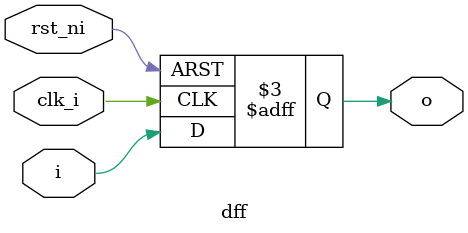
<source format=v>
module dff #(
    parameter Width = 1,
    parameter ResetState = 0
) (
    input clk_i,
    input rst_ni,
    input [Width-1 : 0] i,
    output reg [Width-1 : 0] o
);

  always @(posedge clk_i or negedge rst_ni) begin
    if (!rst_ni) begin
      o <= ResetState;
    end else begin
      o <= i;
    end
  end
endmodule

</source>
